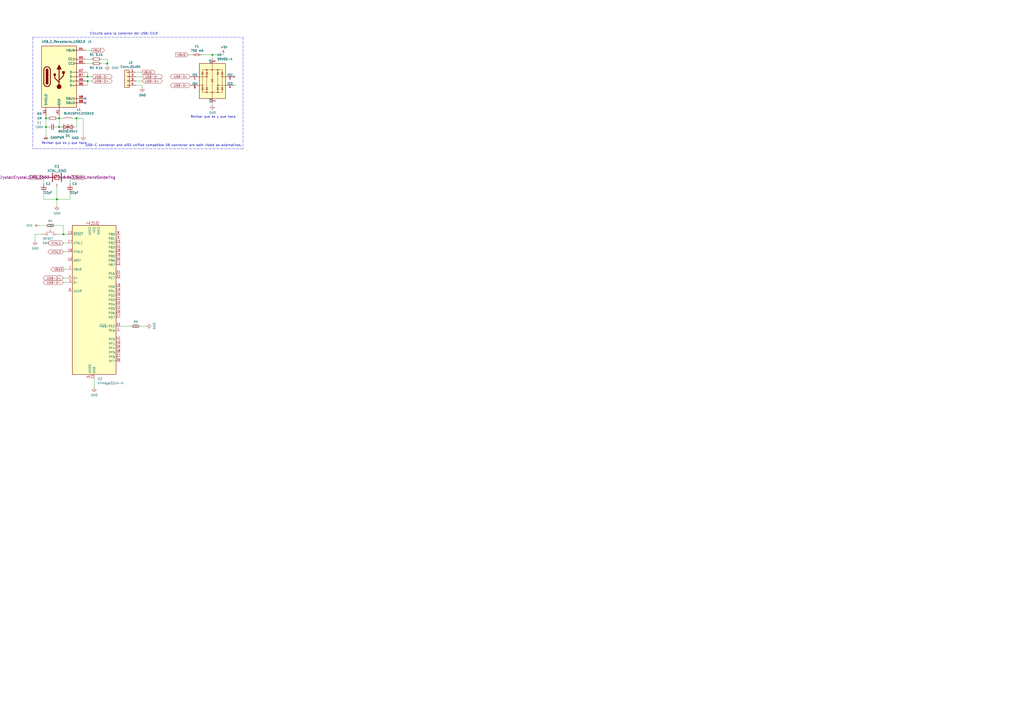
<source format=kicad_sch>
(kicad_sch (version 20211123) (generator eeschema)
  (paper "A2")
  (lib_symbols
    (symbol "Connector:USB_C_Receptacle_USB2.0" (pin_names (offset 1.016))
      (property "Reference" "J" (at -10.16 19.05 0))
      (property "Value" "USB_C_Receptacle_USB2.0" (at 19.05 19.05 0))
      (symbol "USB_C_Receptacle_USB2.0_0_0"
        (rectangle (start -0.254 -17.78) (end 0.254 -16.764))
        (rectangle (start 10.16 -14.986) (end 9.144 -15.494))
        (rectangle (start 10.16 -12.446) (end 9.144 -12.954))
        (rectangle (start 10.16 -4.826) (end 9.144 -5.334))
        (rectangle (start 10.16 -2.286) (end 9.144 -2.794))
        (rectangle (start 10.16 0.254) (end 9.144 -0.254))
        (rectangle (start 10.16 2.794) (end 9.144 2.286))
        (rectangle (start 10.16 7.874) (end 9.144 7.366))
        (rectangle (start 10.16 10.414) (end 9.144 9.906))
        (rectangle (start 10.16 15.494) (end 9.144 14.986))
      )
      (symbol "USB_C_Receptacle_USB2.0_0_1"
        (rectangle (start -10.16 17.78) (end 10.16 -17.78) (stroke (width 0.254)) (fill (type background)))
        (arc (start -8.89 -3.81) (mid -6.985 -5.715) (end -5.08 -3.81) (stroke (width 0.508)))
        (arc (start -7.62 -3.81) (mid -6.985 -4.445) (end -6.35 -3.81) (stroke (width 0.254)))
        (arc (start -7.62 -3.81) (mid -6.985 -4.445) (end -6.35 -3.81) (stroke (width 0.254)) (fill (type outline)))
        (rectangle (start -7.62 -3.81) (end -6.35 3.81) (stroke (width 0.254)) (fill (type outline)))
        (arc (start -6.35 3.81) (mid -6.985 4.445) (end -7.62 3.81) (stroke (width 0.254)))
        (arc (start -6.35 3.81) (mid -6.985 4.445) (end -7.62 3.81) (stroke (width 0.254)) (fill (type outline)))
        (arc (start -5.08 3.81) (mid -6.985 5.715) (end -8.89 3.81) (stroke (width 0.508)))
        (circle (center -2.54 1.143) (radius 0.635) (stroke (width 0.254)) (fill (type outline)))
        (circle (center 0 -5.842) (radius 1.27) (fill (type outline)))
        (polyline (pts (xy -8.89 -3.81) (xy -8.89 3.81)) (stroke (width 0.508)))
        (polyline (pts (xy -5.08 3.81) (xy -5.08 -3.81)) (stroke (width 0.508)))
        (polyline (pts (xy 0 -5.842) (xy 0 4.318)) (stroke (width 0.508)))
        (polyline (pts (xy 0 -3.302) (xy -2.54 -0.762) (xy -2.54 0.508)) (stroke (width 0.508)))
        (polyline (pts (xy 0 -2.032) (xy 2.54 0.508) (xy 2.54 1.778)) (stroke (width 0.508)))
        (polyline (pts (xy -1.27 4.318) (xy 0 6.858) (xy 1.27 4.318) (xy -1.27 4.318)) (stroke (width 0.254)) (fill (type outline)))
        (rectangle (start 1.905 1.778) (end 3.175 3.048) (stroke (width 0.254)) (fill (type outline)))
      )
      (symbol "USB_C_Receptacle_USB2.0_1_1"
        (pin passive line (at 0 -22.86 90) (length 5.08) (name "GND") (number "A1"))
        (pin passive line (at 0 -22.86 90) (length 5.08) hide (name "GND") (number "A12"))
        (pin passive line (at 15.24 15.24 180) (length 5.08) (name "VBUS") (number "A4"))
        (pin bidirectional line (at 15.24 10.16 180) (length 5.08) (name "CC1") (number "A5"))
        (pin bidirectional line (at 15.24 -2.54 180) (length 5.08) (name "D+") (number "A6"))
        (pin bidirectional line (at 15.24 2.54 180) (length 5.08) (name "D-") (number "A7"))
        (pin bidirectional line (at 15.24 -12.7 180) (length 5.08) (name "SBU1") (number "A8"))
        (pin passive line (at 15.24 15.24 180) (length 5.08) hide (name "VBUS") (number "A9"))
        (pin passive line (at 0 -22.86 90) (length 5.08) hide (name "GND") (number "B1"))
        (pin passive line (at 0 -22.86 90) (length 5.08) hide (name "GND") (number "B12"))
        (pin passive line (at 15.24 15.24 180) (length 5.08) hide (name "VBUS") (number "B4"))
        (pin bidirectional line (at 15.24 7.62 180) (length 5.08) (name "CC2") (number "B5"))
        (pin bidirectional line (at 15.24 -5.08 180) (length 5.08) (name "D+") (number "B6"))
        (pin bidirectional line (at 15.24 0 180) (length 5.08) (name "D-") (number "B7"))
        (pin bidirectional line (at 15.24 -15.24 180) (length 5.08) (name "SBU2") (number "B8"))
        (pin passive line (at 15.24 15.24 180) (length 5.08) hide (name "VBUS") (number "B9"))
        (pin passive line (at -7.62 -22.86 90) (length 5.08) (name "SHIELD") (number "S1"))
      )
    )
    (symbol "Connector_Generic:Conn_01x04" (pin_names (offset 1.016) hide)
      (property "Reference" "J" (at 0 5.08 0))
      (property "Value" "Conn_01x04" (at 0 -7.62 0))
      (symbol "Conn_01x04_1_1"
        (rectangle (start -1.27 -4.953) (end 0 -5.207) (stroke (width 0.1524)))
        (rectangle (start -1.27 -2.413) (end 0 -2.667) (stroke (width 0.1524)))
        (rectangle (start -1.27 0.127) (end 0 -0.127) (stroke (width 0.1524)))
        (rectangle (start -1.27 2.667) (end 0 2.413) (stroke (width 0.1524)))
        (rectangle (start -1.27 3.81) (end 1.27 -6.35) (stroke (width 0.254)) (fill (type background)))
        (pin passive line (at -5.08 2.54 0) (length 3.81) (name "Pin_1") (number "1"))
        (pin passive line (at -5.08 0 0) (length 3.81) (name "Pin_2") (number "2"))
        (pin passive line (at -5.08 -2.54 0) (length 3.81) (name "Pin_3") (number "3"))
        (pin passive line (at -5.08 -5.08 0) (length 3.81) (name "Pin_4") (number "4"))
      )
    )
    (symbol "Device:C_Small" (pin_numbers hide) (pin_names (offset 0.254) hide)
      (property "Reference" "C" (at 0.254 1.778 0))
      (property "Value" "C_Small" (at 0.254 -2.032 0))
      (symbol "C_Small_0_1"
        (polyline (pts (xy -1.524 -0.508) (xy 1.524 -0.508)) (stroke (width 0.3302)))
        (polyline (pts (xy -1.524 0.508) (xy 1.524 0.508)) (stroke (width 0.3048)))
      )
      (symbol "C_Small_1_1"
        (pin passive line (at 0 2.54 270) (length 2.032) (name "~") (number "1"))
        (pin passive line (at 0 -2.54 90) (length 2.032) (name "~") (number "2"))
      )
    )
    (symbol "Device:D_TVS" (pin_numbers hide) (pin_names (offset 1.016) hide)
      (property "Reference" "D" (at 0 2.54 0))
      (property "Value" "D_TVS" (at 0 -2.54 0))
      (symbol "D_TVS_0_1"
        (polyline (pts (xy 1.27 0) (xy -1.27 0)))
        (polyline (pts (xy 0.508 1.27) (xy 0 1.27) (xy 0 -1.27) (xy -0.508 -1.27)) (stroke (width 0.254)))
        (polyline (pts (xy -2.54 1.27) (xy -2.54 -1.27) (xy 2.54 1.27) (xy 2.54 -1.27) (xy -2.54 1.27)) (stroke (width 0.254)))
      )
      (symbol "D_TVS_1_1"
        (pin passive line (at -3.81 0 0) (length 2.54) (name "A1") (number "1"))
        (pin passive line (at 3.81 0 180) (length 2.54) (name "A2") (number "2"))
      )
    )
    (symbol "Device:Fuse_Small" (pin_numbers hide) (pin_names (offset 0.254) hide)
      (property "Reference" "F" (at 0 -1.524 0))
      (property "Value" "Fuse_Small" (at 0 1.524 0))
      (symbol "Fuse_Small_0_1"
        (rectangle (start -1.27 0.508) (end 1.27 -0.508))
        (polyline (pts (xy -1.27 0) (xy 1.27 0)))
      )
      (symbol "Fuse_Small_1_1"
        (pin passive line (at -2.54 0 0) (length 1.27) (name "~") (number "1"))
        (pin passive line (at 2.54 0 180) (length 1.27) (name "~") (number "2"))
      )
    )
    (symbol "Device:L_Small" (pin_numbers hide) (pin_names (offset 0.254) hide)
      (property "Reference" "L" (at 0.762 1.016 0))
      (property "Value" "L_Small" (at 0.762 -1.016 0))
      (symbol "L_Small_0_1"
        (arc (start 0 -2.032) (mid 0.508 -1.524) (end 0 -1.016))
        (arc (start 0 -1.016) (mid 0.508 -0.508) (end 0 0))
        (arc (start 0 0) (mid 0.508 0.508) (end 0 1.016))
        (arc (start 0 1.016) (mid 0.508 1.524) (end 0 2.032))
      )
      (symbol "L_Small_1_1"
        (pin passive line (at 0 2.54 270) (length 0.508) (name "~") (number "1"))
        (pin passive line (at 0 -2.54 90) (length 0.508) (name "~") (number "2"))
      )
    )
    (symbol "Device:R_Small" (pin_numbers hide) (pin_names (offset 0.254) hide)
      (property "Reference" "R" (at 0.762 0.508 0))
      (property "Value" "R_Small" (at 0.762 -1.016 0))
      (symbol "R_Small_0_1"
        (rectangle (start -0.762 1.778) (end 0.762 -1.778) (stroke (width 0.2032)))
      )
      (symbol "R_Small_1_1"
        (pin passive line (at 0 2.54 270) (length 0.762) (name "~") (number "1"))
        (pin passive line (at 0 -2.54 90) (length 0.762) (name "~") (number "2"))
      )
    )
    (symbol "MCU_Microchip_ATmega:ATmega32U4-A"
      (property "Reference" "U" (at -12.7 44.45 0))
      (property "Value" "ATmega32U4-A" (at 2.54 -44.45 0))
      (symbol "ATmega32U4-A_0_1"
        (rectangle (start -12.7 -43.18) (end 12.7 43.18) (stroke (width 0.254)) (fill (type background)))
      )
      (symbol "ATmega32U4-A_1_1"
        (pin bidirectional line (at 15.24 -17.78 180) (length 2.54) (name "PE6") (number "1"))
        (pin bidirectional line (at 15.24 33.02 180) (length 2.54) (name "PB2") (number "10"))
        (pin bidirectional line (at 15.24 30.48 180) (length 2.54) (name "PB3") (number "11"))
        (pin bidirectional line (at 15.24 20.32 180) (length 2.54) (name "PB7") (number "12"))
        (pin input line (at -15.24 38.1 0) (length 2.54) (name "~{RESET}") (number "13"))
        (pin power_in line (at 0 45.72 270) (length 2.54) (name "VCC") (number "14"))
        (pin power_in line (at 0 -45.72 90) (length 2.54) (name "GND") (number "15"))
        (pin output line (at -15.24 27.94 0) (length 2.54) (name "XTAL2") (number "16"))
        (pin input line (at -15.24 33.02 0) (length 2.54) (name "XTAL1") (number "17"))
        (pin bidirectional line (at 15.24 7.62 180) (length 2.54) (name "PD0") (number "18"))
        (pin bidirectional line (at 15.24 5.08 180) (length 2.54) (name "PD1") (number "19"))
        (pin power_in line (at -2.54 45.72 270) (length 2.54) (name "UVCC") (number "2"))
        (pin bidirectional line (at 15.24 2.54 180) (length 2.54) (name "PD2") (number "20"))
        (pin bidirectional line (at 15.24 0 180) (length 2.54) (name "PD3") (number "21"))
        (pin bidirectional line (at 15.24 -5.08 180) (length 2.54) (name "PD5") (number "22"))
        (pin passive line (at 0 -45.72 90) (length 2.54) hide (name "GND") (number "23"))
        (pin power_in line (at 2.54 45.72 270) (length 2.54) (name "AVCC") (number "24"))
        (pin bidirectional line (at 15.24 -2.54 180) (length 2.54) (name "PD4") (number "25"))
        (pin bidirectional line (at 15.24 -7.62 180) (length 2.54) (name "PD6") (number "26"))
        (pin bidirectional line (at 15.24 -10.16 180) (length 2.54) (name "PD7") (number "27"))
        (pin bidirectional line (at 15.24 27.94 180) (length 2.54) (name "PB4") (number "28"))
        (pin bidirectional line (at 15.24 25.4 180) (length 2.54) (name "PB5") (number "29"))
        (pin bidirectional line (at -15.24 10.16 0) (length 2.54) (name "D-") (number "3"))
        (pin bidirectional line (at 15.24 22.86 180) (length 2.54) (name "PB6") (number "30"))
        (pin bidirectional line (at 15.24 15.24 180) (length 2.54) (name "PC6") (number "31"))
        (pin bidirectional line (at 15.24 12.7 180) (length 2.54) (name "PC7") (number "32"))
        (pin bidirectional line (at 15.24 -15.24 180) (length 2.54) (name "~{HWB}/PE2") (number "33"))
        (pin passive line (at 0 45.72 270) (length 2.54) hide (name "VCC") (number "34"))
        (pin passive line (at 0 -45.72 90) (length 2.54) hide (name "GND") (number "35"))
        (pin bidirectional line (at 15.24 -35.56 180) (length 2.54) (name "PF7") (number "36"))
        (pin bidirectional line (at 15.24 -33.02 180) (length 2.54) (name "PF6") (number "37"))
        (pin bidirectional line (at 15.24 -30.48 180) (length 2.54) (name "PF5") (number "38"))
        (pin bidirectional line (at 15.24 -27.94 180) (length 2.54) (name "PF4") (number "39"))
        (pin bidirectional line (at -15.24 12.7 0) (length 2.54) (name "D+") (number "4"))
        (pin bidirectional line (at 15.24 -25.4 180) (length 2.54) (name "PF1") (number "40"))
        (pin bidirectional line (at 15.24 -22.86 180) (length 2.54) (name "PF0") (number "41"))
        (pin passive line (at -15.24 22.86 0) (length 2.54) (name "AREF") (number "42"))
        (pin passive line (at 0 -45.72 90) (length 2.54) hide (name "GND") (number "43"))
        (pin passive line (at 2.54 45.72 270) (length 2.54) hide (name "AVCC") (number "44"))
        (pin passive line (at -2.54 -45.72 90) (length 2.54) (name "UGND") (number "5"))
        (pin passive line (at -15.24 5.08 0) (length 2.54) (name "UCAP") (number "6"))
        (pin input line (at -15.24 17.78 0) (length 2.54) (name "VBUS") (number "7"))
        (pin bidirectional line (at 15.24 38.1 180) (length 2.54) (name "PB0") (number "8"))
        (pin bidirectional line (at 15.24 35.56 180) (length 2.54) (name "PB1") (number "9"))
      )
    )
    (symbol "Switch:SW_Push" (pin_numbers hide) (pin_names (offset 1.016) hide)
      (property "Reference" "SW" (at 1.27 2.54 0))
      (property "Value" "SW_Push" (at 0 -1.524 0))
      (symbol "SW_Push_0_1"
        (circle (center -2.032 0) (radius 0.508))
        (polyline (pts (xy 0 1.27) (xy 0 3.048)))
        (polyline (pts (xy 2.54 1.27) (xy -2.54 1.27)))
        (circle (center 2.032 0) (radius 0.508))
        (pin passive line (at -5.08 0 0) (length 2.54) (name "1") (number "1"))
        (pin passive line (at 5.08 0 180) (length 2.54) (name "2") (number "2"))
      )
    )
    (symbol "keyboard_parts_TMK:XTAL_GND" (pin_numbers hide) (pin_names (offset 1.016) hide)
      (property "Reference" "X" (at 0 3.81 0))
      (property "Value" "XTAL_GND" (at 0 -3.81 0))
      (symbol "XTAL_GND_0_1"
        (polyline (pts (xy -2.54 2.54) (xy -2.54 -2.54)) (stroke (width 0.4064)))
        (polyline (pts (xy 2.54 2.54) (xy 2.54 -2.54)) (stroke (width 0.4064)))
        (polyline (pts (xy -1.27 1.27) (xy 1.27 1.27) (xy 1.27 -1.27) (xy -1.27 -1.27) (xy -1.27 1.27)) (stroke (width 0.3048)) (fill (type background)))
      )
      (symbol "XTAL_GND_1_1"
        (pin passive line (at -7.62 0 0) (length 5.08) (name "1") (number "1"))
        (pin passive line (at 7.62 0 180) (length 5.08) (name "2") (number "2"))
        (pin passive line (at 0 -5.08 90) (length 1.27) (name "~") (number "3"))
      )
    )
    (symbol "marbastlib-various:SRV05-4" (pin_names (offset 0))
      (property "Reference" "U" (at -5.08 11.43 0))
      (property "Value" "SRV05-4" (at 2.54 11.43 0))
      (symbol "SRV05-4_0_0"
        (rectangle (start -5.715 6.477) (end 5.715 -6.604))
        (polyline (pts (xy -3.175 -6.604) (xy -3.175 6.477)))
        (polyline (pts (xy 3.175 6.477) (xy 3.175 -6.604)))
      )
      (symbol "SRV05-4_0_1"
        (rectangle (start -7.62 10.16) (end 7.62 -10.16) (stroke (width 0.254)) (fill (type background)))
        (circle (center -5.715 -2.54) (radius 0.2794) (fill (type outline)))
        (circle (center -3.175 -6.604) (radius 0.2794) (fill (type outline)))
        (circle (center -3.175 2.54) (radius 0.2794) (fill (type outline)))
        (circle (center -3.175 6.477) (radius 0.2794) (fill (type outline)))
        (circle (center 0 -6.604) (radius 0.2794) (fill (type outline)))
        (polyline (pts (xy -7.747 2.54) (xy -3.175 2.54)))
        (polyline (pts (xy -7.62 -2.54) (xy -5.715 -2.54)))
        (polyline (pts (xy -5.08 -3.81) (xy -6.35 -3.81)))
        (polyline (pts (xy -5.08 5.08) (xy -6.35 5.08)))
        (polyline (pts (xy -2.54 -3.81) (xy -3.81 -3.81)))
        (polyline (pts (xy -2.54 5.08) (xy -3.81 5.08)))
        (polyline (pts (xy 0 10.16) (xy 0 -10.16)))
        (polyline (pts (xy 3.81 -3.81) (xy 2.54 -3.81)))
        (polyline (pts (xy 3.81 5.08) (xy 2.54 5.08)))
        (polyline (pts (xy 6.35 -3.81) (xy 5.08 -3.81)))
        (polyline (pts (xy 6.35 5.08) (xy 5.08 5.08)))
        (polyline (pts (xy 7.62 -2.54) (xy 3.175 -2.54)))
        (polyline (pts (xy 7.62 2.54) (xy 5.715 2.54)))
        (polyline (pts (xy 0.635 0.889) (xy -0.635 0.889) (xy -0.635 0.635)))
        (polyline (pts (xy -5.08 -5.08) (xy -6.35 -5.08) (xy -5.715 -3.81) (xy -5.08 -5.08)))
        (polyline (pts (xy -5.08 3.81) (xy -6.35 3.81) (xy -5.715 5.08) (xy -5.08 3.81)))
        (polyline (pts (xy -2.54 -5.08) (xy -3.81 -5.08) (xy -3.175 -3.81) (xy -2.54 -5.08)))
        (polyline (pts (xy -2.54 3.81) (xy -3.81 3.81) (xy -3.175 5.08) (xy -2.54 3.81)))
        (polyline (pts (xy 0.635 -0.381) (xy -0.635 -0.381) (xy 0 0.889) (xy 0.635 -0.381)))
        (polyline (pts (xy 3.81 -5.08) (xy 2.54 -5.08) (xy 3.175 -3.81) (xy 3.81 -5.08)))
        (polyline (pts (xy 3.81 3.81) (xy 2.54 3.81) (xy 3.175 5.08) (xy 3.81 3.81)))
        (polyline (pts (xy 6.35 -5.08) (xy 5.08 -5.08) (xy 5.715 -3.81) (xy 6.35 -5.08)))
        (polyline (pts (xy 6.35 3.81) (xy 5.08 3.81) (xy 5.715 5.08) (xy 6.35 3.81)))
        (circle (center 0 6.477) (radius 0.2794) (fill (type outline)))
        (circle (center 3.175 -6.604) (radius 0.2794) (fill (type outline)))
        (circle (center 3.175 -2.54) (radius 0.2794) (fill (type outline)))
        (circle (center 3.175 6.477) (radius 0.2794) (fill (type outline)))
        (circle (center 5.715 2.54) (radius 0.2794) (fill (type outline)))
      )
      (symbol "SRV05-4_1_1"
        (pin passive line (at -12.7 2.54 0) (length 5.08) (name "IO1") (number "1"))
        (pin passive line (at 0 -12.7 90) (length 2.54) (name "VN") (number "2"))
        (pin passive line (at 12.7 2.54 180) (length 5.08) (name "IO2") (number "3"))
        (pin passive line (at 12.7 -2.54 180) (length 5.08) (name "IO3") (number "4"))
        (pin passive line (at 0 12.7 270) (length 2.54) (name "VP") (number "5"))
        (pin passive line (at -12.7 -2.54 0) (length 5.08) (name "IO4") (number "6"))
      )
    )
    (symbol "power:+5V" (power) (pin_names (offset 0))
      (property "Value" "+5V" (at 0 3.556 0))
      (symbol "+5V_0_1"
        (polyline (pts (xy -0.762 1.27) (xy 0 2.54)))
        (polyline (pts (xy 0 0) (xy 0 2.54)))
        (polyline (pts (xy 0 2.54) (xy 0.762 1.27)))
      )
      (symbol "+5V_1_1"
        (pin power_in line (at 0 0 90) (length 0) hide (name "+5V") (number "1"))
      )
    )
    (symbol "power:GND" (power) (pin_names (offset 0))
      (property "Value" "GND" (at 0 -3.81 0))
      (symbol "GND_0_1"
        (polyline (pts (xy 0 0) (xy 0 -1.27) (xy 1.27 -1.27) (xy 0 -2.54) (xy -1.27 -1.27) (xy 0 -1.27)))
      )
      (symbol "GND_1_1"
        (pin power_in line (at 0 0 270) (length 0) hide (name "GND") (number "1"))
      )
    )
    (symbol "power:GNDPWR" (power) (pin_names (offset 0))
      (property "Value" "GNDPWR" (at 0 -3.302 0))
      (symbol "GNDPWR_0_1"
        (polyline (pts (xy 0 -1.27) (xy 0 0)))
        (polyline (pts (xy -1.016 -1.27) (xy -1.27 -2.032) (xy -1.27 -2.032)) (stroke (width 0.2032)))
        (polyline (pts (xy -0.508 -1.27) (xy -0.762 -2.032) (xy -0.762 -2.032)) (stroke (width 0.2032)))
        (polyline (pts (xy 0 -1.27) (xy -0.254 -2.032) (xy -0.254 -2.032)) (stroke (width 0.2032)))
        (polyline (pts (xy 0.508 -1.27) (xy 0.254 -2.032) (xy 0.254 -2.032)) (stroke (width 0.2032)))
        (polyline (pts (xy 1.016 -1.27) (xy -1.016 -1.27) (xy -1.016 -1.27)) (stroke (width 0.2032)))
        (polyline (pts (xy 1.016 -1.27) (xy 0.762 -2.032) (xy 0.762 -2.032) (xy 0.762 -2.032)) (stroke (width 0.2032)))
      )
      (symbol "GNDPWR_1_1"
        (pin power_in line (at 0 0 270) (length 0) hide (name "GNDPWR") (number "1"))
      )
    )
    (symbol "power:VCC" (power) (pin_names (offset 0))
      (property "Value" "VCC" (at 0 3.81 0))
      (symbol "VCC_0_1"
        (polyline (pts (xy -0.762 1.27) (xy 0 2.54)))
        (polyline (pts (xy 0 0) (xy 0 2.54)))
        (polyline (pts (xy 0 2.54) (xy 0.762 1.27)))
      )
      (symbol "VCC_1_1"
        (pin power_in line (at 0 0 90) (length 0) hide (name "VCC") (number "1"))
      )
    )
  )
  (junction (at 44.45 68.58))
  (junction (at 34.29 73.66))
  (junction (at 26.67 68.58))
  (junction (at 123.19 31.75))
  (junction (at 34.29 68.58))
  (junction (at 62.23 36.83))
  (junction (at 50.8 44.45))
  (junction (at 26.67 73.66))
  (junction (at 50.8 46.99))
  (junction (at 33.02 115.57))
  (junction (at 36.83 135.89))
  (no_connect (at 49.53 57.15))
  (no_connect (at 49.53 59.69))
  (no_connect (at 135.89 44.45))
  (wire (pts (xy 33.02 107.95) (xy 33.02 115.57)))
  (wire (pts (xy 26.67 68.58) (xy 26.67 73.66)))
  (wire (pts (xy 40.64 111.76) (xy 40.64 115.57)))
  (wire (pts (xy 36.83 135.89) (xy 39.37 135.89)))
  (wire (pts (xy 78.74 46.99) (xy 82.55 46.99)))
  (wire (pts (xy 44.45 68.58) (xy 41.91 68.58)))
  (polyline (pts (xy 19.05 21.59) (xy 19.05 86.36)))
  (wire (pts (xy 50.8 44.45) (xy 49.53 44.45)))
  (wire (pts (xy 123.19 31.75) (xy 129.54 31.75)))
  (wire (pts (xy 26.67 68.58) (xy 27.94 68.58)))
  (wire (pts (xy 109.22 31.75) (xy 111.76 31.75)))
  (polyline (pts (xy 140.97 86.36) (xy 19.05 86.36)))
  (wire (pts (xy 26.67 73.66) (xy 27.94 73.66)))
  (wire (pts (xy 36.83 146.05) (xy 39.37 146.05)))
  (wire (pts (xy 25.4 102.87) (xy 25.4 106.68)))
  (wire (pts (xy 50.8 49.53) (xy 50.8 46.99)))
  (wire (pts (xy 25.4 111.76) (xy 25.4 115.57)))
  (wire (pts (xy 34.29 68.58) (xy 34.29 73.66)))
  (wire (pts (xy 22.86 130.81) (xy 26.67 130.81)))
  (wire (pts (xy 36.83 161.29) (xy 39.37 161.29)))
  (wire (pts (xy 69.85 189.23) (xy 76.2 189.23)))
  (wire (pts (xy 26.67 73.66) (xy 26.67 78.74)))
  (wire (pts (xy 50.8 41.91) (xy 50.8 44.45)))
  (wire (pts (xy 49.53 29.21) (xy 53.34 29.21)))
  (wire (pts (xy 62.23 36.83) (xy 58.42 36.83)))
  (wire (pts (xy 25.4 115.57) (xy 33.02 115.57)))
  (wire (pts (xy 36.83 140.97) (xy 39.37 140.97)))
  (wire (pts (xy 43.18 73.66) (xy 44.45 73.66)))
  (wire (pts (xy 40.64 115.57) (xy 33.02 115.57)))
  (wire (pts (xy 78.74 49.53) (xy 82.55 49.53)))
  (wire (pts (xy 48.26 68.58) (xy 44.45 68.58)))
  (wire (pts (xy 40.64 102.87) (xy 40.64 106.68)))
  (wire (pts (xy 48.26 68.58) (xy 48.26 78.74)))
  (wire (pts (xy 36.83 163.83) (xy 39.37 163.83)))
  (wire (pts (xy 36.83 130.81) (xy 36.83 135.89)))
  (wire (pts (xy 78.74 44.45) (xy 82.55 44.45)))
  (wire (pts (xy 49.53 34.29) (xy 53.34 34.29)))
  (wire (pts (xy 137.16 49.53) (xy 135.89 49.53)))
  (wire (pts (xy 82.55 49.53) (xy 82.55 50.8)))
  (wire (pts (xy 116.84 31.75) (xy 123.19 31.75)))
  (wire (pts (xy 20.32 135.89) (xy 24.13 135.89)))
  (wire (pts (xy 54.61 219.71) (xy 54.61 224.79)))
  (wire (pts (xy 26.67 67.31) (xy 26.67 68.58)))
  (wire (pts (xy 31.75 130.81) (xy 36.83 130.81)))
  (wire (pts (xy 34.29 68.58) (xy 34.29 67.31)))
  (wire (pts (xy 53.34 44.45) (xy 50.8 44.45)))
  (wire (pts (xy 34.29 135.89) (xy 36.83 135.89)))
  (wire (pts (xy 81.28 189.23) (xy 85.09 189.23)))
  (wire (pts (xy 49.53 49.53) (xy 50.8 49.53)))
  (wire (pts (xy 36.83 156.21) (xy 39.37 156.21)))
  (wire (pts (xy 62.23 38.1) (xy 62.23 36.83)))
  (wire (pts (xy 34.29 73.66) (xy 35.56 73.66)))
  (wire (pts (xy 49.53 41.91) (xy 50.8 41.91)))
  (wire (pts (xy 50.8 46.99) (xy 53.34 46.99)))
  (wire (pts (xy 123.19 60.96) (xy 123.19 59.69)))
  (wire (pts (xy 33.02 73.66) (xy 34.29 73.66)))
  (wire (pts (xy 44.45 68.58) (xy 44.45 73.66)))
  (wire (pts (xy 49.53 36.83) (xy 53.34 36.83)))
  (polyline (pts (xy 140.97 21.59) (xy 140.97 86.36)))
  (wire (pts (xy 49.53 46.99) (xy 50.8 46.99)))
  (wire (pts (xy 20.32 139.7) (xy 20.32 135.89)))
  (wire (pts (xy 123.19 31.75) (xy 123.19 34.29)))
  (wire (pts (xy 58.42 34.29) (xy 62.23 34.29)))
  (wire (pts (xy 78.74 41.91) (xy 82.55 41.91)))
  (wire (pts (xy 34.29 68.58) (xy 36.83 68.58)))
  (wire (pts (xy 33.02 68.58) (xy 34.29 68.58)))
  (wire (pts (xy 33.02 115.57) (xy 33.02 119.38)))
  (polyline (pts (xy 19.05 21.59) (xy 140.97 21.59)))
  (wire (pts (xy 62.23 34.29) (xy 62.23 36.83)))
  (text "Circuito para la conexion del USB-C2.0\n" (at 52.07 20.32 0) (effects (font (size 1.27 1.27)) (justify left bottom)))
  (text "USB-C connector and ai03 unified compatible DB connector are both listed as alternatives." (at 49.53 85.09 0) (effects (font (size 1.27 1.27)) (justify left bottom)))
  (text "Revisar que es y que hace" (at 110.49 68.58 0) (effects (font (size 1.27 1.27)) (justify left bottom)))
  (text "Revisar que es y que hace" (at 24.13 83.82 0) (effects (font (size 1.27 1.27)) (justify left bottom)))
  (global_label "USB-D+" (shape bidirectional) (at 53.34 46.99 0) (property "Intersheet References" "${INTERSHEET_REFS}" (effects hide)))
  (global_label "VBUS" (shape output) (at 82.55 41.91 0) (property "Intersheet References" "${INTERSHEET_REFS}" (effects hide)))
  (global_label "USB-D-" (shape bidirectional) (at 110.49 49.53 180) (property "Intersheet References" "${INTERSHEET_REFS}" (effects hide)))
  (global_label "USB-D+" (shape bidirectional) (at 110.49 44.45 180) (property "Intersheet References" "${INTERSHEET_REFS}" (effects hide)))
  (global_label "USB-D+" (shape bidirectional) (at 36.83 161.29 180) (property "Intersheet References" "${INTERSHEET_REFS}" (effects hide)))
  (global_label "USB-D-" (shape bidirectional) (at 82.55 44.45 0) (property "Intersheet References" "${INTERSHEET_REFS}" (effects hide)))
  (global_label "VBUS" (shape output) (at 53.34 29.21 0) (property "Intersheet References" "${INTERSHEET_REFS}" (effects hide)))
  (global_label "USB-D-" (shape bidirectional) (at 36.83 163.83 180) (property "Intersheet References" "${INTERSHEET_REFS}" (effects hide)))
  (global_label "XTAL2" (shape bidirectional) (at 40.64 102.87 0) (property "Intersheet References" "${INTERSHEET_REFS}" (effects hide)))
  (global_label "XTAL2" (shape bidirectional) (at 36.83 146.05 180) (property "Intersheet References" "${INTERSHEET_REFS}" (effects hide)))
  (global_label "USB-D-" (shape bidirectional) (at 53.34 44.45 0) (property "Intersheet References" "${INTERSHEET_REFS}" (effects hide)))
  (global_label "VBUS" (shape output) (at 36.83 156.21 180) (property "Intersheet References" "${INTERSHEET_REFS}" (effects hide)))
  (global_label "USB-D+" (shape bidirectional) (at 82.55 46.99 0) (property "Intersheet References" "${INTERSHEET_REFS}" (effects hide)))
  (global_label "XTAL1" (shape bidirectional) (at 25.4 102.87 180) (property "Intersheet References" "${INTERSHEET_REFS}" (effects hide)))
  (global_label "VBUS" (shape input) (at 109.22 31.75 180) (property "Intersheet References" "${INTERSHEET_REFS}" (effects hide)))
  (global_label "XTAL1" (shape bidirectional) (at 36.83 140.97 180) (property "Intersheet References" "${INTERSHEET_REFS}" (effects hide)))
  (symbol (lib_id "Connector:USB_C_Receptacle_USB2.0") (at 34.29 44.45 0) (unit 1)
    (property "Reference" "J1" (at 52.07 24.13 0))
    (property "Value" "USB_C_Receptacle_USB2.0" (at 36.83 24.13 0))
    (property "Footprint" "Connector_USB:USB_C_Receptacle_HRO_TYPE-C-31-M-12" (effects hide))
    (property "Datasheet" "https://www.usb.org/sites/default/files/documents/usb_type-c.zip" (effects hide))
  )
  (symbol (lib_id "power:GND") (at 123.19 60.96 0) (unit 1)
    (property "Reference" "#PWR0106" (effects hide))
    (property "Value" "GND" (at 123.317 65.3542 0))
  )
  (symbol (lib_id "Connector_Generic:Conn_01x04") (at 73.66 44.45 0) (mirror y) (unit 1)
    (property "Reference" "J2" (at 75.7428 36.3982 0))
    (property "Value" "Conn_01x04" (at 75.7428 38.7096 0))
    (property "Footprint" "Connector_JST:JST_SH_SM04B-SRSS-TB_1x04-1MP_P1.00mm_Horizontal" (effects hide))
  )
  (symbol (lib_id "Device:R_Small") (at 30.48 68.58 90) (mirror x) (unit 1)
    (property "Reference" "R3" (at 22.86 66.04 90))
    (property "Value" "1M" (at 22.86 68.58 90))
    (property "Footprint" "Resistor_SMD:R_0603_1608Metric_Pad0.98x0.95mm_HandSolder" (effects hide))
    (property "LCSC" "C25076" (effects hide))
  )
  (symbol (lib_id "Device:L_Small") (at 39.37 68.58 90) (unit 1)
    (property "Reference" "L1" (at 45.72 63.5 90))
    (property "Value" "BLM15PX121SN1D" (at 45.72 65.8114 90))
    (property "Footprint" "Inductor_SMD:L_0402_1005Metric" (effects hide))
    (property "LCSC" "C88970" (effects hide))
  )
  (symbol (lib_id "Device:R_Small") (at 55.88 36.83 90) (mirror x) (unit 1)
    (property "Reference" "R2" (at 54.61 39.37 90) (effects (justify left)))
    (property "Value" "5.1k" (at 59.69 39.37 90) (effects (justify left)))
    (property "Footprint" "Resistor_SMD:R_0603_1608Metric_Pad0.98x0.95mm_HandSolder" (effects hide))
    (property "LCSC" "C25076" (effects hide))
  )
  (symbol (lib_id "Device:R_Small") (at 78.74 189.23 90) (mirror x) (unit 1)
    (property "Reference" "R5" (at 78.74 186.69 90))
    (property "Value" "10k" (at 78.74 189.23 90) (effects (font (size 1 1))))
    (property "Footprint" "Resistor_SMD:R_0603_1608Metric_Pad0.98x0.95mm_HandSolder" (effects hide))
    (property "LCSC" "C25076" (effects hide))
  )
  (symbol (lib_id "Device:C_Small") (at 25.4 109.22 180) (unit 1)
    (property "Reference" "C2" (at 27.94 106.68 0))
    (property "Value" "22pF" (at 27.94 111.76 0))
    (property "Footprint" "Capacitor_SMD:C_0603_1608Metric_Pad1.08x0.95mm_HandSolder" (effects hide))
    (property "LCSC" "C52923" (effects hide))
  )
  (symbol (lib_id "marbastlib-various:SRV05-4") (at 123.19 46.99 0) (unit 1)
    (property "Reference" "U1" (at 125.9587 31.75 0) (effects (justify left)))
    (property "Value" "SRV05-4" (at 125.9587 34.29 0) (effects (justify left)))
    (property "Footprint" "marbastlib-various:SOT-23-6-routable" (effects hide))
    (property "Datasheet" "http://www.onsemi.com/pub/Collateral/SRV05-4-D.PDF" (effects hide))
  )
  (symbol (lib_id "power:GND") (at 33.02 119.38 0) (unit 1)
    (property "Reference" "#PWR0109" (effects hide))
    (property "Value" "GND" (at 33.147 123.7742 0))
  )
  (symbol (lib_id "power:+5V") (at 129.54 31.75 0) (unit 1)
    (property "Reference" "#PWR0105" (effects hide))
    (property "Value" "+5V" (at 129.921 27.3558 0))
  )
  (symbol (lib_id "power:VCC") (at 22.86 130.81 90) (unit 1)
    (property "Reference" "#PWR0111" (effects hide))
    (property "Value" "VCC" (at 19.05 130.8099 90) (effects (justify left)))
  )
  (symbol (lib_id "Device:R_Small") (at 55.88 34.29 90) (mirror x) (unit 1)
    (property "Reference" "R1" (at 54.61 31.75 90) (effects (justify left)))
    (property "Value" "5.1k" (at 59.69 31.75 90) (effects (justify left)))
    (property "Footprint" "Resistor_SMD:R_0603_1608Metric_Pad0.98x0.95mm_HandSolder" (effects hide))
    (property "LCSC" "C25076" (effects hide))
  )
  (symbol (lib_id "power:GND") (at 62.23 38.1 0) (unit 1)
    (property "Reference" "#PWR0103" (effects hide))
    (property "Value" "GND" (at 64.77 39.3699 0) (effects (justify left)))
  )
  (symbol (lib_id "Device:Fuse_Small") (at 114.3 31.75 0) (unit 1)
    (property "Reference" "F1" (at 114.3 27.051 0))
    (property "Value" "750 mA" (at 114.3 29.3624 0))
    (property "Footprint" "Fuse:Fuse_0603_1608Metric" (effects hide))
    (property "LCSC" "C20792" (effects hide))
  )
  (symbol (lib_id "power:GND") (at 85.09 189.23 90) (unit 1)
    (property "Reference" "#PWR0108" (effects hide))
    (property "Value" "GND" (at 89.4842 189.103 0))
  )
  (symbol (lib_id "keyboard_parts_TMK:XTAL_GND") (at 33.02 102.87 0) (unit 1)
    (property "Reference" "X1" (at 33.02 96.52 0) (effects (font (size 1.524 1.524))))
    (property "Value" "XTAL_GND" (at 33.02 99.06 0) (effects (font (size 1.524 1.524))))
    (property "Footprint" "Crystal:Crystal_SMD_0603-4Pin_6.0x3.5mm_HandSoldering" (at 33.02 102.87 0) (effects (font (size 1.524 1.524))))
  )
  (symbol (lib_id "Switch:SW_Push") (at 29.21 135.89 0) (unit 1)
    (property "Reference" "SW1" (at 26.67 140.97 0))
    (property "Value" "RESET" (at 27.94 138.43 0))
    (property "Footprint" "Button_Switch_SMD:SW_SPST_SKQG_WithStem" (effects hide))
  )
  (symbol (lib_id "Device:D_TVS") (at 39.37 73.66 0) (unit 1)
    (property "Reference" "D1" (at 39.37 78.74 0))
    (property "Value" "BSD3C051V" (at 39.37 76.2 0))
    (property "Footprint" "Diode_SMD:D_SOD-323" (effects hide))
    (property "LCSC" "C151996" (effects hide))
  )
  (symbol (lib_id "power:GND") (at 54.61 224.79 0) (unit 1)
    (property "Reference" "#PWR0107" (effects hide))
    (property "Value" "GND" (at 54.737 229.1842 0))
  )
  (symbol (lib_id "Device:C_Small") (at 40.64 109.22 180) (unit 1)
    (property "Reference" "C3" (at 43.18 106.68 0))
    (property "Value" "22pF" (at 43.18 111.76 0))
    (property "Footprint" "Capacitor_SMD:C_0603_1608Metric_Pad1.08x0.95mm_HandSolder" (effects hide))
    (property "LCSC" "C52923" (effects hide))
  )
  (symbol (lib_id "power:GND") (at 20.32 139.7 0) (unit 1)
    (property "Reference" "#PWR0110" (effects hide))
    (property "Value" "GND" (at 20.447 144.0942 0))
  )
  (symbol (lib_id "power:GNDPWR") (at 26.67 78.74 0) (unit 1)
    (property "Reference" "#PWR0101" (effects hide))
    (property "Value" "GNDPWR" (at 29.21 79.8067 0) (effects (justify left)))
  )
  (symbol (lib_id "power:GND") (at 82.55 50.8 0) (unit 1)
    (property "Reference" "#PWR0104" (effects hide))
    (property "Value" "GND" (at 82.677 55.1942 0))
  )
  (symbol (lib_id "power:GND") (at 48.26 78.74 0) (unit 1)
    (property "Reference" "#PWR0102" (effects hide))
    (property "Value" "GND" (at 45.72 80.0099 0) (effects (justify right)))
  )
  (symbol (lib_id "Device:R_Small") (at 29.21 130.81 90) (mirror x) (unit 1)
    (property "Reference" "R4" (at 29.21 128.27 90))
    (property "Value" "10k" (at 29.21 130.81 90) (effects (font (size 1 1))))
    (property "Footprint" "Resistor_SMD:R_0603_1608Metric_Pad0.98x0.95mm_HandSolder" (effects hide))
    (property "LCSC" "C25076" (effects hide))
  )
  (symbol (lib_id "MCU_Microchip_ATmega:ATmega32U4-A") (at 54.61 173.99 0) (unit 1)
    (property "Reference" "U2" (at 56.6294 219.71 0) (effects (justify left)))
    (property "Value" "ATmega32U4-A" (at 56.6294 222.25 0) (effects (justify left)))
    (property "Footprint" "Package_QFP:TQFP-44_10x10mm_P0.8mm" (effects hide))
    (property "Datasheet" "http://ww1.microchip.com/downloads/en/DeviceDoc/Atmel-7766-8-bit-AVR-ATmega16U4-32U4_Datasheet.pdf" (effects hide))
  )
  (symbol (lib_id "Device:C_Small") (at 30.48 73.66 90) (unit 1)
    (property "Reference" "C1" (at 22.86 71.12 90))
    (property "Value" "100n" (at 22.86 73.66 90))
    (property "Footprint" "Capacitor_SMD:C_0603_1608Metric_Pad1.08x0.95mm_HandSolder" (effects hide))
    (property "LCSC" "C52923" (effects hide))
  )
)
</source>
